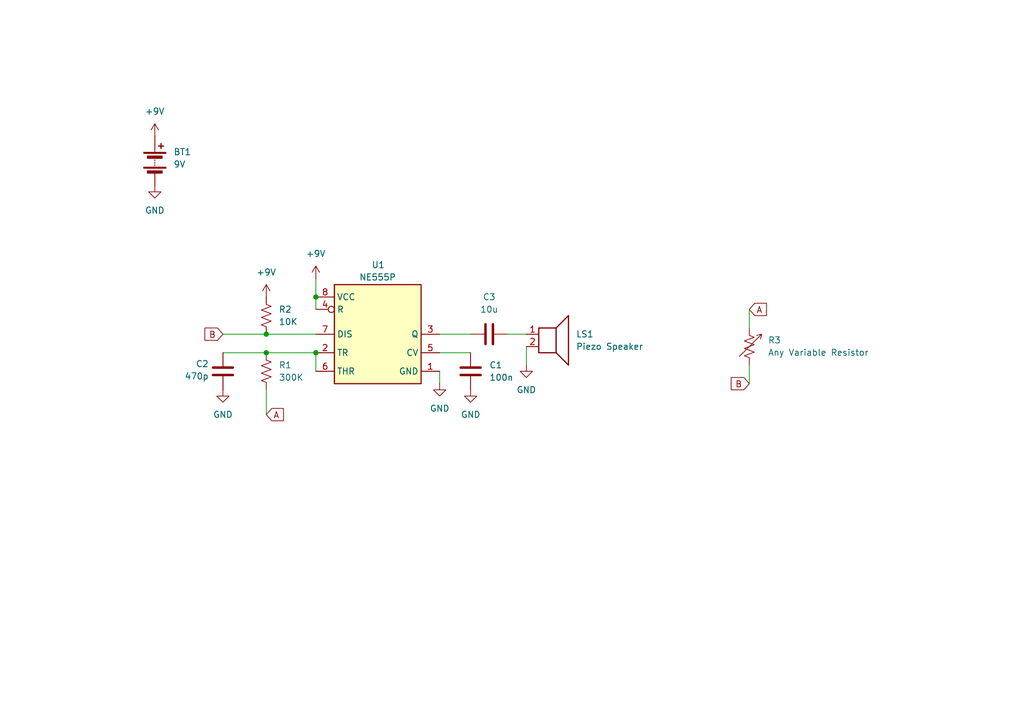
<source format=kicad_sch>
(kicad_sch (version 20250114) (generator "eeschema") (generator_version "9.0")
  (paper "A5")
  (title_block (title "TCIS Audio") (date "2025-02-25") (rev "1") (company "Makinteract"))
  (lib_symbols
    (symbol "Device:Battery" (pin_numbers (hide yes)) (pin_names (offset 0) (hide yes))
      (property "Reference" "BT" (at 2.54 2.54 0))
      (property "Value" "Battery" (at 2.54 0 0))
      (symbol "Battery_0_1"
        (rectangle (start -2.286 1.778) (end 2.286 1.524) (fill (type outline)))
        (rectangle (start -2.286 -1.27) (end 2.286 -1.524) (fill (type outline)))
        (rectangle (start -1.524 1.016) (end 1.524 0.508) (fill (type outline)))
        (rectangle (start -1.524 -2.032) (end 1.524 -2.54) (fill (type outline)))
        (polyline (pts (xy 0 1.778) (xy 0 2.54)))
        (polyline (pts (xy 0 0) (xy 0 0.254)))
        (polyline (pts (xy 0 -0.508) (xy 0 -0.254)))
        (polyline (pts (xy 0 -1.016) (xy 0 -0.762)))
        (polyline (pts (xy 0.762 3.048) (xy 1.778 3.048)) (stroke (width 0.254)))
        (polyline (pts (xy 1.27 3.556) (xy 1.27 2.54)) (stroke (width 0.254)))
      )
      (symbol "Battery_1_1"
        (pin passive line (at 0 5.08 270) (length 2.54) (name "+") (number "1"))
        (pin passive line (at 0 -5.08 90) (length 2.54) (name "-") (number "2"))
      )
    )
    (symbol "Device:C" (pin_numbers (hide yes)) (pin_names (offset 0.254))
      (property "Reference" "C" (at 0.635 2.54 0))
      (property "Value" "C" (at 0.635 -2.54 0))
      (symbol "C_0_1"
        (polyline (pts (xy -2.032 0.762) (xy 2.032 0.762)) (stroke (width 0.508)))
        (polyline (pts (xy -2.032 -0.762) (xy 2.032 -0.762)) (stroke (width 0.508)))
      )
      (symbol "C_1_1"
        (pin passive line (at 0 3.81 270) (length 2.794) (name "~") (number "1"))
        (pin passive line (at 0 -3.81 90) (length 2.794) (name "~") (number "2"))
      )
    )
    (symbol "Device:R_US" (pin_numbers (hide yes)) (pin_names (offset 0))
      (property "Reference" "R" (at 2.54 0 90))
      (property "Value" "R_US" (at -2.54 0 90))
      (symbol "R_US_0_1"
        (polyline (pts (xy 0 2.286) (xy 0 2.54)))
        (polyline (pts (xy 0 2.286) (xy 1.016 1.905) (xy 0 1.524) (xy -1.016 1.143) (xy 0 0.762)))
        (polyline (pts (xy 0 0.762) (xy 1.016 0.381) (xy 0 0) (xy -1.016 -0.381) (xy 0 -0.762)))
        (polyline (pts (xy 0 -0.762) (xy 1.016 -1.143) (xy 0 -1.524) (xy -1.016 -1.905) (xy 0 -2.286)))
        (polyline (pts (xy 0 -2.286) (xy 0 -2.54)))
      )
      (symbol "R_US_1_1"
        (pin passive line (at 0 3.81 270) (length 1.27) (name "~") (number "1"))
        (pin passive line (at 0 -3.81 90) (length 1.27) (name "~") (number "2"))
      )
    )
    (symbol "Device:R_Variable_US" (pin_numbers (hide yes)) (pin_names (offset 0))
      (property "Reference" "R" (at 2.54 -2.54 90))
      (property "Value" "R_Variable_US" (at -2.54 -1.27 90))
      (symbol "R_Variable_US_0_1"
        (polyline (pts (xy 0 2.286) (xy 0 2.54)))
        (polyline (pts (xy 0 2.286) (xy 1.016 1.905) (xy 0 1.524) (xy -1.016 1.143) (xy 0 0.762)) (stroke (width 0.1524)))
        (polyline (pts (xy 0 0.762) (xy 1.016 0.381) (xy 0 0) (xy -1.016 -0.381) (xy 0 -0.762)))
        (polyline (pts (xy 0 -0.762) (xy 1.016 -1.143) (xy 0 -1.524) (xy -1.016 -1.905) (xy 0 -2.286)))
        (polyline (pts (xy 0 -2.286) (xy 0 -2.54)))
        (polyline (pts (xy 2.286 1.524) (xy 2.54 2.54) (xy 1.524 2.286) (xy 2.54 2.54) (xy -2.032 -2.032)) (stroke (width 0.1524)))
      )
      (symbol "R_Variable_US_1_1"
        (pin passive line (at 0 3.81 270) (length 1.27) (name "~") (number "1"))
        (pin passive line (at 0 -3.81 90) (length 1.27) (name "~") (number "2"))
      )
    )
    (symbol "Device:Speaker" (pin_names (offset 0) (hide yes))
      (property "Reference" "LS" (at 1.27 5.715 0))
      (property "Value" "Speaker" (at 1.27 3.81 0))
      (symbol "Speaker_0_0"
        (rectangle (start -2.54 1.27) (end 1.016 -3.81) (stroke (width 0.254)))
        (polyline (pts (xy 1.016 1.27) (xy 3.556 3.81) (xy 3.556 -6.35) (xy 1.016 -3.81)) (stroke (width 0.254)))
      )
      (symbol "Speaker_1_1"
        (pin input line (at -5.08 0 0) (length 2.54) (name "1") (number "1"))
        (pin input line (at -5.08 -2.54 0) (length 2.54) (name "2") (number "2"))
      )
    )
    (symbol "Timer:NE555P"
      (property "Reference" "U1" (at 0.762 14.224 0))
      (property "Value" "NE555P" (at 0.762 11.684 0))
      (symbol "NE555P_0_1"
        (rectangle (start -8.89 10.16) (end 8.89 -10.16) (stroke (width 0.254)) (fill (type background)))
      )
      (symbol "NE555P_1_0"
        (pin power_in line (at -12.7 7.62 0) (length 3.81) (name "VCC") (number "8"))
        (pin power_in line (at 12.7 -7.62 180) (length 3.81) (name "GND") (number "1"))
      )
      (symbol "NE555P_1_1"
        (pin input inverted (at -12.7 5.08 0) (length 3.81) (name "R") (number "4"))
        (pin input line (at -12.7 0 0) (length 3.81) (name "DIS") (number "7"))
        (pin input line (at -12.7 -3.81 0) (length 3.81) (name "TR") (number "2"))
        (pin input line (at -12.7 -7.62 0) (length 3.81) (name "THR") (number "6"))
        (pin output line (at 12.7 0 180) (length 3.81) (name "Q") (number "3"))
        (pin input line (at 12.7 -3.81 180) (length 3.81) (name "CV") (number "5"))
      )
    )
    (symbol "power:+9V" (power) (pin_numbers (hide yes)) (pin_names (offset 0) (hide yes))
      (property "Value" "+9V" (at 0 3.556 0))
      (symbol "+9V_0_1"
        (polyline (pts (xy -0.762 1.27) (xy 0 2.54)))
        (polyline (pts (xy 0 2.54) (xy 0.762 1.27)))
        (polyline (pts (xy 0 0) (xy 0 2.54)))
      )
      (symbol "+9V_1_1"
        (pin power_in line (at 0 0 90) (length 0) (name "~") (number "1"))
      )
    )
    (symbol "power:GND" (power) (pin_numbers (hide yes)) (pin_names (offset 0) (hide yes))
      (property "Value" "GND" (at 0 -3.81 0))
      (symbol "GND_0_1"
        (polyline (pts (xy 0 0) (xy 0 -1.27) (xy 1.27 -1.27) (xy 0 -2.54) (xy -1.27 -1.27) (xy 0 -1.27)))
      )
      (symbol "GND_1_1"
        (pin power_in line (at 0 0 270) (length 0) (name "~") (number "1"))
      )
    )
  )
  (junction (at 54.61 68.58))
  (junction (at 54.61 72.39))
  (junction (at 64.77 72.39))
  (junction (at 64.77 60.96))
  (wire (pts (xy 153.67 74.93) (xy 153.67 78.74)))
  (wire (pts (xy 45.72 72.39) (xy 54.61 72.39)))
  (wire (pts (xy 90.17 76.2) (xy 90.17 78.74)))
  (wire (pts (xy 54.61 80.01) (xy 54.61 85.09)))
  (wire (pts (xy 45.72 68.58) (xy 54.61 68.58)))
  (wire (pts (xy 107.95 71.12) (xy 107.95 74.93)))
  (wire (pts (xy 54.61 72.39) (xy 64.77 72.39)))
  (wire (pts (xy 153.67 63.5) (xy 153.67 67.31)))
  (wire (pts (xy 90.17 72.39) (xy 96.52 72.39)))
  (wire (pts (xy 64.77 60.96) (xy 64.77 63.5)))
  (wire (pts (xy 64.77 72.39) (xy 64.77 76.2)))
  (wire (pts (xy 104.14 68.58) (xy 107.95 68.58)))
  (wire (pts (xy 90.17 68.58) (xy 96.52 68.58)))
  (wire (pts (xy 54.61 68.58) (xy 64.77 68.58)))
  (wire (pts (xy 64.77 57.15) (xy 64.77 60.96)))
  (global_label "B" (shape input) (at 45.72 68.58 180) (property "Intersheetrefs" "${INTERSHEET_REFS}" (effects (hide yes))))
  (global_label "A" (shape input) (at 54.61 85.09 0) (property "Intersheetrefs" "${INTERSHEET_REFS}" (effects (hide yes))))
  (global_label "A" (shape input) (at 153.67 63.5 0) (property "Intersheetrefs" "${INTERSHEET_REFS}" (effects (hide yes))))
  (global_label "B" (shape input) (at 153.67 78.74 180) (property "Intersheetrefs" "${INTERSHEET_REFS}" (effects (hide yes))))
  (symbol (lib_id "Timer:NE555P") (at 77.47 68.58 0) (unit 1)
    (property "Reference" "U1" (at 76.2 54.356 0) (effects (justify left)))
    (property "Value" "NE555P" (at 73.66 56.896 0) (effects (justify left)))
    (property "Footprint" "Package_DIP:DIP-8_W7.62mm" (effects (hide yes)))
    (property "Datasheet" "http://www.ti.com/lit/ds/symlink/ne555.pdf" (effects (hide yes)))
    (property "Description" "Precision Timers, 555 compatible,  PDIP-8" (effects (hide yes)))
  )
  (symbol (lib_id "Device:C") (at 100.33 68.58 90) (unit 1)
    (property "Reference" "C3" (at 100.33 60.96 90))
    (property "Value" "10u" (at 100.33 63.5 90))
    (property "Footprint" "Capacitor_THT:C_Axial_L3.8mm_D2.6mm_P7.50mm_Horizontal" (effects (hide yes)))
    (property "Description" "Unpolarized capacitor" (effects (hide yes)))
  )
  (symbol (lib_id "power:+9V") (at 31.75 27.94 0) (unit 1)
    (property "Reference" "#PWR02" (effects (hide yes)))
    (property "Value" "+9V" (at 31.75 22.86 0))
    (property "Description" "Power symbol creates a global label with name \"+9V\"" (effects (hide yes)))
  )
  (symbol (lib_id "Device:R_US") (at 54.61 76.2 0) (unit 1)
    (property "Reference" "R1" (at 57.15 74.9299 0) (effects (justify left)))
    (property "Value" "300K" (at 57.15 77.4699 0) (effects (justify left)))
    (property "Footprint" "Resistor_THT:R_Axial_DIN0207_L6.3mm_D2.5mm_P10.16mm_Horizontal" (effects (hide yes)))
    (property "Description" "Resistor, US symbol" (effects (hide yes)))
  )
  (symbol (lib_id "Device:Speaker") (at 113.03 68.58 0) (unit 1)
    (property "Reference" "LS1" (at 118.11 68.5799 0) (effects (justify left)))
    (property "Value" "Piezo Speaker" (at 118.11 71.1199 0) (effects (justify left)))
    (property "Footprint" "Library:Speaker" (effects (hide yes)))
    (property "Description" "Speaker" (effects (hide yes)))
  )
  (symbol (lib_id "Device:R_US") (at 54.61 64.77 0) (unit 1)
    (property "Reference" "R2" (at 57.15 63.4999 0) (effects (justify left)))
    (property "Value" "10K" (at 57.15 66.0399 0) (effects (justify left)))
    (property "Footprint" "Resistor_THT:R_Axial_DIN0207_L6.3mm_D2.5mm_P10.16mm_Horizontal" (effects (hide yes)))
    (property "Description" "Resistor, US symbol" (effects (hide yes)))
  )
  (symbol (lib_id "power:GND") (at 90.17 78.74 0) (unit 1)
    (property "Reference" "#PWR03" (effects (hide yes)))
    (property "Value" "GND" (at 90.17 83.82 0))
    (property "Description" "Power symbol creates a global label with name \"GND\" , ground" (effects (hide yes)))
  )
  (symbol (lib_id "Device:Battery") (at 31.75 33.02 0) (unit 1)
    (property "Reference" "BT1" (at 35.56 31.1784 0) (effects (justify left)))
    (property "Value" "9V" (at 35.56 33.7184 0) (effects (justify left)))
    (property "Footprint" "Connector_PinHeader_2.54mm:PinHeader_1x02_P2.54mm_Vertical" (effects (hide yes)))
    (property "Description" "Multiple-cell battery" (effects (hide yes)))
  )
  (symbol (lib_id "power:GND") (at 45.72 80.01 0) (unit 1)
    (property "Reference" "#PWR07" (effects (hide yes)))
    (property "Value" "GND" (at 45.72 85.09 0))
    (property "Description" "Power symbol creates a global label with name \"GND\" , ground" (effects (hide yes)))
  )
  (symbol (lib_id "Device:C") (at 45.72 76.2 0) (unit 1)
    (property "Reference" "C2" (at 40.132 74.676 0) (effects (justify left)))
    (property "Value" "470p" (at 37.846 77.216 0) (effects (justify left)))
    (property "Footprint" "Capacitor_THT:C_Axial_L3.8mm_D2.6mm_P7.50mm_Horizontal" (effects (hide yes)))
    (property "Description" "Unpolarized capacitor" (effects (hide yes)))
  )
  (symbol (lib_id "power:GND") (at 96.52 80.01 0) (unit 1)
    (property "Reference" "#PWR04" (effects (hide yes)))
    (property "Value" "GND" (at 96.52 85.09 0))
    (property "Description" "Power symbol creates a global label with name \"GND\" , ground" (effects (hide yes)))
  )
  (symbol (lib_id "Device:C") (at 96.52 76.2 0) (unit 1)
    (property "Reference" "C1" (at 100.33 74.9299 0) (effects (justify left)))
    (property "Value" "100n" (at 100.33 77.4699 0) (effects (justify left)))
    (property "Footprint" "Capacitor_THT:C_Axial_L3.8mm_D2.6mm_P7.50mm_Horizontal" (effects (hide yes)))
    (property "Description" "Unpolarized capacitor" (effects (hide yes)))
  )
  (symbol (lib_id "power:GND") (at 31.75 38.1 0) (unit 1)
    (property "Reference" "#PWR01" (effects (hide yes)))
    (property "Value" "GND" (at 31.75 43.18 0))
    (property "Description" "Power symbol creates a global label with name \"GND\" , ground" (effects (hide yes)))
  )
  (symbol (lib_id "power:GND") (at 107.95 74.93 0) (unit 1)
    (property "Reference" "#PWR06" (effects (hide yes)))
    (property "Value" "GND" (at 107.95 80.01 0))
    (property "Description" "Power symbol creates a global label with name \"GND\" , ground" (effects (hide yes)))
  )
  (symbol (lib_id "Device:R_Variable_US") (at 153.67 71.12 0) (unit 1)
    (property "Reference" "R3" (at 157.48 69.8118 0) (effects (justify left)))
    (property "Value" "Any Variable Resistor" (at 157.48 72.3518 0) (effects (justify left)))
    (property "Footprint" "Connector_PinHeader_2.54mm:PinHeader_1x02_P2.54mm_Horizontal" (effects (hide yes)))
    (property "Description" "Variable resistor, US symbol" (effects (hide yes)))
  )
  (symbol (lib_id "power:+9V") (at 64.77 57.15 0) (unit 1)
    (property "Reference" "#PWR05" (effects (hide yes)))
    (property "Value" "+9V" (at 64.77 52.07 0))
    (property "Description" "Power symbol creates a global label with name \"+9V\"" (effects (hide yes)))
  )
  (symbol (lib_id "power:+9V") (at 54.61 60.96 0) (unit 1)
    (property "Reference" "#PWR08" (effects (hide yes)))
    (property "Value" "+9V" (at 54.61 55.88 0))
    (property "Description" "Power symbol creates a global label with name \"+9V\"" (effects (hide yes)))
  )
)
</source>
